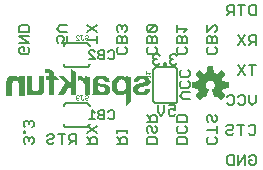
<source format=gbr>
G04 EAGLE Gerber RS-274X export*
G75*
%MOMM*%
%FSLAX34Y34*%
%LPD*%
%INSilkscreen Bottom*%
%IPPOS*%
%AMOC8*
5,1,8,0,0,1.08239X$1,22.5*%
G01*
%ADD10C,0.152400*%
%ADD11C,0.127000*%
%ADD12C,0.025400*%
%ADD13C,0.203200*%

G36*
X185850Y63646D02*
X185850Y63646D01*
X185958Y63656D01*
X185971Y63662D01*
X185985Y63664D01*
X186082Y63712D01*
X186181Y63757D01*
X186194Y63768D01*
X186203Y63772D01*
X186218Y63788D01*
X186295Y63850D01*
X188880Y66435D01*
X188943Y66524D01*
X189009Y66609D01*
X189014Y66622D01*
X189022Y66634D01*
X189053Y66737D01*
X189089Y66840D01*
X189089Y66854D01*
X189093Y66867D01*
X189089Y66975D01*
X189090Y67084D01*
X189085Y67097D01*
X189085Y67111D01*
X189047Y67213D01*
X189012Y67315D01*
X189003Y67330D01*
X188999Y67339D01*
X188985Y67356D01*
X188931Y67438D01*
X186167Y70828D01*
X186724Y71910D01*
X186730Y71930D01*
X186772Y72025D01*
X187143Y73184D01*
X191494Y73627D01*
X191598Y73655D01*
X191704Y73680D01*
X191716Y73687D01*
X191729Y73690D01*
X191819Y73751D01*
X191912Y73808D01*
X191920Y73819D01*
X191932Y73827D01*
X191998Y73913D01*
X192067Y73997D01*
X192071Y74010D01*
X192080Y74021D01*
X192114Y74124D01*
X192153Y74225D01*
X192154Y74243D01*
X192158Y74252D01*
X192158Y74274D01*
X192167Y74372D01*
X192167Y78028D01*
X192150Y78135D01*
X192136Y78243D01*
X192130Y78255D01*
X192128Y78269D01*
X192076Y78365D01*
X192029Y78462D01*
X192019Y78472D01*
X192013Y78484D01*
X191933Y78558D01*
X191857Y78635D01*
X191845Y78641D01*
X191835Y78651D01*
X191736Y78696D01*
X191639Y78744D01*
X191621Y78748D01*
X191612Y78752D01*
X191591Y78754D01*
X191494Y78773D01*
X187143Y79216D01*
X186772Y80375D01*
X186763Y80393D01*
X186761Y80400D01*
X186757Y80407D01*
X186724Y80490D01*
X186167Y81572D01*
X188931Y84962D01*
X188985Y85056D01*
X189042Y85148D01*
X189045Y85161D01*
X189052Y85173D01*
X189073Y85280D01*
X189098Y85385D01*
X189096Y85399D01*
X189099Y85413D01*
X189084Y85520D01*
X189074Y85628D01*
X189068Y85641D01*
X189066Y85655D01*
X189018Y85752D01*
X188973Y85851D01*
X188962Y85864D01*
X188958Y85873D01*
X188942Y85888D01*
X188880Y85965D01*
X186295Y88550D01*
X186206Y88613D01*
X186121Y88679D01*
X186108Y88684D01*
X186096Y88692D01*
X185993Y88723D01*
X185890Y88759D01*
X185876Y88759D01*
X185863Y88763D01*
X185755Y88759D01*
X185646Y88760D01*
X185633Y88755D01*
X185619Y88755D01*
X185517Y88717D01*
X185415Y88682D01*
X185400Y88673D01*
X185391Y88669D01*
X185374Y88655D01*
X185292Y88601D01*
X181902Y85837D01*
X180820Y86394D01*
X180800Y86400D01*
X180705Y86442D01*
X179546Y86813D01*
X179103Y91164D01*
X179075Y91268D01*
X179050Y91374D01*
X179043Y91386D01*
X179040Y91399D01*
X178979Y91489D01*
X178922Y91582D01*
X178911Y91590D01*
X178903Y91602D01*
X178817Y91668D01*
X178733Y91737D01*
X178720Y91741D01*
X178709Y91750D01*
X178606Y91784D01*
X178505Y91823D01*
X178487Y91824D01*
X178478Y91828D01*
X178456Y91828D01*
X178358Y91837D01*
X174702Y91837D01*
X174595Y91820D01*
X174487Y91806D01*
X174475Y91800D01*
X174461Y91798D01*
X174365Y91746D01*
X174268Y91699D01*
X174258Y91689D01*
X174246Y91683D01*
X174172Y91603D01*
X174095Y91527D01*
X174089Y91515D01*
X174079Y91505D01*
X174034Y91406D01*
X173986Y91309D01*
X173982Y91291D01*
X173978Y91282D01*
X173976Y91261D01*
X173957Y91164D01*
X173514Y86813D01*
X172355Y86442D01*
X172337Y86432D01*
X172240Y86394D01*
X171158Y85837D01*
X167768Y88601D01*
X167674Y88655D01*
X167582Y88712D01*
X167569Y88715D01*
X167557Y88722D01*
X167450Y88743D01*
X167345Y88768D01*
X167331Y88766D01*
X167317Y88769D01*
X167210Y88754D01*
X167102Y88744D01*
X167089Y88738D01*
X167076Y88736D01*
X166978Y88688D01*
X166879Y88643D01*
X166866Y88632D01*
X166857Y88628D01*
X166842Y88612D01*
X166765Y88550D01*
X164180Y85965D01*
X164117Y85876D01*
X164051Y85791D01*
X164046Y85778D01*
X164038Y85766D01*
X164007Y85663D01*
X163971Y85560D01*
X163971Y85546D01*
X163967Y85533D01*
X163971Y85425D01*
X163970Y85316D01*
X163975Y85303D01*
X163975Y85289D01*
X164013Y85187D01*
X164048Y85085D01*
X164057Y85070D01*
X164061Y85061D01*
X164075Y85044D01*
X164129Y84962D01*
X166893Y81572D01*
X166336Y80490D01*
X166330Y80470D01*
X166288Y80375D01*
X165917Y79216D01*
X161566Y78773D01*
X161462Y78745D01*
X161356Y78720D01*
X161344Y78713D01*
X161331Y78710D01*
X161241Y78649D01*
X161148Y78592D01*
X161140Y78581D01*
X161128Y78573D01*
X161062Y78487D01*
X160994Y78403D01*
X160989Y78390D01*
X160980Y78379D01*
X160946Y78276D01*
X160907Y78175D01*
X160906Y78157D01*
X160902Y78148D01*
X160903Y78126D01*
X160893Y78028D01*
X160893Y74372D01*
X160910Y74265D01*
X160924Y74157D01*
X160930Y74145D01*
X160932Y74131D01*
X160984Y74035D01*
X161031Y73938D01*
X161041Y73928D01*
X161047Y73916D01*
X161127Y73842D01*
X161203Y73765D01*
X161215Y73759D01*
X161226Y73749D01*
X161324Y73704D01*
X161421Y73656D01*
X161439Y73652D01*
X161448Y73648D01*
X161469Y73646D01*
X161566Y73627D01*
X165917Y73184D01*
X166288Y72025D01*
X166298Y72007D01*
X166336Y71910D01*
X166893Y70828D01*
X164129Y67438D01*
X164075Y67344D01*
X164018Y67252D01*
X164015Y67239D01*
X164008Y67227D01*
X163987Y67120D01*
X163962Y67015D01*
X163964Y67001D01*
X163961Y66987D01*
X163976Y66880D01*
X163986Y66772D01*
X163992Y66759D01*
X163994Y66746D01*
X164042Y66648D01*
X164087Y66549D01*
X164098Y66536D01*
X164102Y66527D01*
X164118Y66512D01*
X164180Y66435D01*
X166765Y63850D01*
X166854Y63787D01*
X166939Y63721D01*
X166952Y63716D01*
X166964Y63708D01*
X167067Y63677D01*
X167170Y63641D01*
X167184Y63641D01*
X167197Y63637D01*
X167305Y63641D01*
X167414Y63640D01*
X167427Y63645D01*
X167441Y63645D01*
X167543Y63683D01*
X167645Y63718D01*
X167660Y63727D01*
X167669Y63731D01*
X167686Y63745D01*
X167768Y63799D01*
X171158Y66563D01*
X172240Y66006D01*
X172293Y65989D01*
X172342Y65963D01*
X172408Y65952D01*
X172472Y65931D01*
X172528Y65932D01*
X172582Y65923D01*
X172649Y65934D01*
X172716Y65935D01*
X172768Y65953D01*
X172823Y65962D01*
X172883Y65994D01*
X172946Y66017D01*
X172989Y66051D01*
X173039Y66077D01*
X173085Y66126D01*
X173137Y66168D01*
X173168Y66215D01*
X173206Y66255D01*
X173262Y66360D01*
X173270Y66373D01*
X173271Y66378D01*
X173275Y66385D01*
X175428Y71582D01*
X175448Y71665D01*
X175453Y71678D01*
X175455Y71694D01*
X175480Y71779D01*
X175479Y71800D01*
X175484Y71820D01*
X175476Y71902D01*
X175477Y71921D01*
X175473Y71941D01*
X175469Y72022D01*
X175462Y72042D01*
X175460Y72063D01*
X175428Y72132D01*
X175422Y72159D01*
X175407Y72183D01*
X175381Y72250D01*
X175368Y72266D01*
X175359Y72285D01*
X175314Y72334D01*
X175294Y72366D01*
X175263Y72391D01*
X175225Y72437D01*
X175202Y72453D01*
X175192Y72463D01*
X175171Y72475D01*
X175106Y72520D01*
X175105Y72521D01*
X175104Y72522D01*
X174205Y73028D01*
X173518Y73672D01*
X173003Y74460D01*
X172691Y75348D01*
X172599Y76285D01*
X172732Y77217D01*
X173083Y78091D01*
X173632Y78856D01*
X174346Y79469D01*
X175186Y79894D01*
X176103Y80108D01*
X177044Y80098D01*
X177956Y79864D01*
X178786Y79421D01*
X179487Y78792D01*
X180019Y78015D01*
X180350Y77134D01*
X180463Y76199D01*
X180355Y75282D01*
X180035Y74414D01*
X179521Y73645D01*
X178842Y73018D01*
X177958Y72523D01*
X177916Y72490D01*
X177874Y72467D01*
X177843Y72434D01*
X177795Y72399D01*
X177783Y72383D01*
X177767Y72370D01*
X177732Y72315D01*
X177707Y72289D01*
X177694Y72259D01*
X177652Y72201D01*
X177646Y72182D01*
X177636Y72165D01*
X177617Y72090D01*
X177607Y72067D01*
X177604Y72043D01*
X177581Y71968D01*
X177582Y71948D01*
X177577Y71928D01*
X177584Y71842D01*
X177583Y71824D01*
X177586Y71808D01*
X177589Y71724D01*
X177597Y71699D01*
X177598Y71685D01*
X177608Y71663D01*
X177632Y71582D01*
X178561Y69339D01*
X178561Y69338D01*
X179492Y67091D01*
X179493Y67091D01*
X179785Y66385D01*
X179814Y66338D01*
X179835Y66286D01*
X179878Y66235D01*
X179914Y66178D01*
X179957Y66143D01*
X179993Y66100D01*
X180050Y66066D01*
X180102Y66023D01*
X180154Y66004D01*
X180202Y65975D01*
X180268Y65961D01*
X180331Y65937D01*
X180386Y65935D01*
X180440Y65924D01*
X180507Y65931D01*
X180574Y65929D01*
X180628Y65945D01*
X180683Y65952D01*
X180794Y65996D01*
X180808Y66000D01*
X180812Y66003D01*
X180820Y66006D01*
X181902Y66563D01*
X185292Y63799D01*
X185386Y63745D01*
X185478Y63688D01*
X185491Y63685D01*
X185503Y63678D01*
X185610Y63657D01*
X185715Y63632D01*
X185729Y63634D01*
X185743Y63631D01*
X185850Y63646D01*
G37*
G36*
X105031Y58473D02*
X105031Y58473D01*
X105033Y58472D01*
X105054Y58481D01*
X105114Y58504D01*
X109254Y62238D01*
X109256Y62244D01*
X109262Y62247D01*
X109286Y62307D01*
X109295Y62328D01*
X109294Y62330D01*
X109295Y62332D01*
X109295Y82906D01*
X109280Y82943D01*
X109270Y82982D01*
X109261Y82988D01*
X109257Y82997D01*
X109229Y83008D01*
X109193Y83030D01*
X105307Y83766D01*
X105292Y83763D01*
X105277Y83768D01*
X105245Y83753D01*
X105210Y83745D01*
X105202Y83732D01*
X105189Y83726D01*
X105174Y83687D01*
X105158Y83662D01*
X105161Y83651D01*
X105157Y83640D01*
X105181Y81723D01*
X105047Y81872D01*
X105046Y81873D01*
X105046Y81874D01*
X104157Y82839D01*
X104151Y82841D01*
X104147Y82848D01*
X103804Y83149D01*
X103793Y83153D01*
X103785Y83163D01*
X103391Y83396D01*
X103382Y83397D01*
X103374Y83404D01*
X102053Y83937D01*
X102042Y83937D01*
X102032Y83944D01*
X101550Y84046D01*
X101538Y84043D01*
X101526Y84048D01*
X99545Y84073D01*
X99534Y84069D01*
X99522Y84071D01*
X98437Y83888D01*
X98427Y83881D01*
X98413Y83881D01*
X97388Y83481D01*
X97381Y83473D01*
X97369Y83471D01*
X96467Y82930D01*
X96462Y82924D01*
X96453Y82921D01*
X95629Y82268D01*
X95623Y82258D01*
X95613Y82253D01*
X94821Y81363D01*
X94817Y81350D01*
X94805Y81341D01*
X94226Y80300D01*
X94224Y80288D01*
X94216Y80277D01*
X93542Y78164D01*
X93543Y78153D01*
X93537Y78142D01*
X93254Y75942D01*
X93257Y75931D01*
X93253Y75919D01*
X93371Y73704D01*
X93376Y73694D01*
X93374Y73682D01*
X93697Y72306D01*
X93704Y72297D01*
X93704Y72285D01*
X94260Y70985D01*
X94268Y70977D01*
X94270Y70966D01*
X95042Y69781D01*
X95051Y69775D01*
X95056Y69764D01*
X95713Y69057D01*
X95723Y69053D01*
X95729Y69043D01*
X96497Y68458D01*
X96508Y68456D01*
X96515Y68447D01*
X97371Y68001D01*
X97382Y68000D01*
X97391Y67992D01*
X98310Y67698D01*
X98320Y67699D01*
X98330Y67693D01*
X99542Y67504D01*
X99551Y67506D01*
X99560Y67503D01*
X100787Y67486D01*
X100795Y67489D01*
X100805Y67487D01*
X102022Y67642D01*
X102032Y67647D01*
X102044Y67647D01*
X102888Y67911D01*
X102898Y67919D01*
X102913Y67922D01*
X103682Y68359D01*
X103690Y68369D01*
X103704Y68374D01*
X104364Y68964D01*
X104370Y68976D01*
X104382Y68984D01*
X104902Y69700D01*
X104903Y69702D01*
X104903Y58598D01*
X104921Y58554D01*
X104938Y58511D01*
X104940Y58510D01*
X104941Y58507D01*
X104985Y58490D01*
X105029Y58472D01*
X105031Y58473D01*
G37*
G36*
X87481Y67489D02*
X87481Y67489D01*
X87492Y67494D01*
X87506Y67492D01*
X88878Y67800D01*
X88889Y67808D01*
X88904Y67809D01*
X90173Y68415D01*
X90182Y68425D01*
X90196Y68429D01*
X90644Y68771D01*
X90650Y68781D01*
X90662Y68787D01*
X91039Y69207D01*
X91043Y69218D01*
X91053Y69226D01*
X91345Y69709D01*
X91347Y69720D01*
X91355Y69730D01*
X91728Y70723D01*
X91728Y70734D01*
X91734Y70745D01*
X91923Y71789D01*
X91920Y71800D01*
X91925Y71812D01*
X91922Y72873D01*
X91919Y72880D01*
X91921Y72883D01*
X91918Y72890D01*
X91919Y72900D01*
X91713Y73841D01*
X91704Y73853D01*
X91703Y73870D01*
X91274Y74732D01*
X91264Y74741D01*
X91259Y74756D01*
X90761Y75365D01*
X90756Y75368D01*
X90754Y75372D01*
X90748Y75374D01*
X90743Y75383D01*
X90133Y75881D01*
X90121Y75884D01*
X90112Y75895D01*
X89416Y76261D01*
X89405Y76262D01*
X89396Y76269D01*
X87911Y76753D01*
X87903Y76752D01*
X87894Y76757D01*
X86357Y77035D01*
X86353Y77034D01*
X86348Y77037D01*
X84142Y77265D01*
X82836Y77491D01*
X82367Y77656D01*
X81939Y77902D01*
X81655Y78163D01*
X81595Y78250D01*
X81553Y78347D01*
X81442Y78868D01*
X81442Y79399D01*
X81553Y79920D01*
X81692Y80234D01*
X81891Y80513D01*
X82144Y80747D01*
X82458Y80940D01*
X82804Y81068D01*
X83173Y81129D01*
X84528Y81179D01*
X85115Y81125D01*
X85676Y80960D01*
X86140Y80705D01*
X86530Y80349D01*
X86825Y79911D01*
X87009Y79416D01*
X87072Y78885D01*
X87072Y78842D01*
X87073Y78840D01*
X87072Y78838D01*
X87092Y78795D01*
X87110Y78751D01*
X87112Y78751D01*
X87113Y78749D01*
X87198Y78716D01*
X91339Y78716D01*
X91340Y78714D01*
X91382Y78704D01*
X91424Y78690D01*
X91430Y78693D01*
X91436Y78692D01*
X91461Y78708D01*
X91506Y78729D01*
X91531Y78754D01*
X91531Y78755D01*
X91547Y78797D01*
X91566Y78846D01*
X91566Y78847D01*
X91546Y78889D01*
X91527Y78932D01*
X91405Y79823D01*
X91399Y79834D01*
X91399Y79849D01*
X91065Y80790D01*
X91056Y80800D01*
X91053Y80814D01*
X90534Y81667D01*
X90523Y81675D01*
X90518Y81688D01*
X89835Y82418D01*
X89823Y82423D01*
X89815Y82435D01*
X88998Y83009D01*
X88986Y83012D01*
X88977Y83021D01*
X87819Y83550D01*
X87809Y83550D01*
X87800Y83557D01*
X86571Y83891D01*
X86562Y83890D01*
X86553Y83894D01*
X84813Y84108D01*
X84805Y84105D01*
X84797Y84108D01*
X83043Y84100D01*
X83036Y84097D01*
X83027Y84099D01*
X81288Y83869D01*
X81280Y83864D01*
X81269Y83865D01*
X79855Y83440D01*
X79846Y83432D01*
X79832Y83431D01*
X78529Y82737D01*
X78520Y82727D01*
X78506Y82722D01*
X77944Y82239D01*
X77937Y82225D01*
X77923Y82216D01*
X77496Y81611D01*
X77493Y81596D01*
X77481Y81584D01*
X77214Y80893D01*
X77215Y80878D01*
X77207Y80863D01*
X77116Y80128D01*
X77118Y80120D01*
X77115Y80112D01*
X77115Y75286D01*
X77116Y75284D01*
X77115Y75282D01*
X77122Y75267D01*
X77090Y75183D01*
X77115Y70845D01*
X77013Y69508D01*
X76664Y68213D01*
X76590Y68014D01*
X76591Y67989D01*
X76582Y67966D01*
X76593Y67942D01*
X76594Y67916D01*
X76613Y67899D01*
X76623Y67877D01*
X76650Y67866D01*
X76668Y67850D01*
X76687Y67852D01*
X76708Y67844D01*
X80742Y67844D01*
X80778Y67841D01*
X80806Y67850D01*
X80846Y67854D01*
X80883Y67873D01*
X80902Y67895D01*
X80934Y67919D01*
X80956Y67955D01*
X80958Y67972D01*
X80970Y67988D01*
X81046Y68268D01*
X81045Y68271D01*
X81047Y68274D01*
X81274Y69303D01*
X81284Y69326D01*
X81290Y69332D01*
X81298Y69334D01*
X81307Y69333D01*
X81331Y69317D01*
X82158Y68614D01*
X82169Y68610D01*
X82178Y68600D01*
X83129Y68060D01*
X83140Y68059D01*
X83150Y68051D01*
X84185Y67698D01*
X84197Y67699D01*
X84207Y67693D01*
X85825Y67452D01*
X85835Y67455D01*
X85846Y67451D01*
X87481Y67489D01*
G37*
G36*
X62614Y67718D02*
X62614Y67718D01*
X62617Y67717D01*
X62700Y67754D01*
X62751Y67805D01*
X62753Y67808D01*
X62755Y67809D01*
X62788Y67894D01*
X62788Y87224D01*
X62780Y87243D01*
X62782Y87263D01*
X62761Y87290D01*
X62750Y87315D01*
X62736Y87320D01*
X62725Y87334D01*
X58585Y89696D01*
X58550Y89700D01*
X58518Y89712D01*
X58503Y89705D01*
X58487Y89707D01*
X58460Y89685D01*
X58429Y89671D01*
X58422Y89655D01*
X58410Y89645D01*
X58408Y89618D01*
X58396Y89586D01*
X58396Y78156D01*
X52921Y83630D01*
X52918Y83632D01*
X52917Y83634D01*
X52832Y83667D01*
X48158Y83667D01*
X48156Y83667D01*
X48155Y83667D01*
X48111Y83647D01*
X48067Y83629D01*
X48067Y83627D01*
X48065Y83626D01*
X48049Y83582D01*
X48032Y83537D01*
X48033Y83535D01*
X48032Y83534D01*
X48070Y83451D01*
X53761Y77885D01*
X47164Y67990D01*
X47157Y67952D01*
X47143Y67915D01*
X47148Y67905D01*
X47146Y67893D01*
X47168Y67862D01*
X47185Y67826D01*
X47196Y67822D01*
X47202Y67813D01*
X47232Y67808D01*
X47270Y67794D01*
X52350Y67819D01*
X52367Y67826D01*
X52385Y67824D01*
X52414Y67846D01*
X52440Y67858D01*
X52445Y67870D01*
X52457Y67880D01*
X56690Y74858D01*
X58345Y73251D01*
X58345Y67843D01*
X58346Y67841D01*
X58345Y67839D01*
X58365Y67796D01*
X58383Y67752D01*
X58385Y67752D01*
X58386Y67750D01*
X58471Y67717D01*
X62611Y67717D01*
X62614Y67718D01*
G37*
G36*
X31046Y67417D02*
X31046Y67417D01*
X31057Y67414D01*
X32090Y67561D01*
X32101Y67567D01*
X32114Y67567D01*
X33100Y67910D01*
X33109Y67918D01*
X33122Y67920D01*
X34024Y68446D01*
X34031Y68456D01*
X34044Y68461D01*
X34298Y68689D01*
X34304Y68700D01*
X34315Y68708D01*
X34976Y69593D01*
X34978Y69604D01*
X34988Y69613D01*
X35476Y70603D01*
X35476Y70615D01*
X35484Y70625D01*
X35784Y71688D01*
X35782Y71699D01*
X35788Y71711D01*
X35889Y72810D01*
X35887Y72816D01*
X35889Y72822D01*
X35889Y83617D01*
X35888Y83619D01*
X35889Y83621D01*
X35869Y83664D01*
X35851Y83708D01*
X35849Y83708D01*
X35848Y83710D01*
X35763Y83743D01*
X31623Y83743D01*
X31621Y83742D01*
X31619Y83743D01*
X31576Y83723D01*
X31532Y83705D01*
X31532Y83703D01*
X31530Y83702D01*
X31497Y83617D01*
X31497Y73620D01*
X31348Y72790D01*
X31005Y72022D01*
X30733Y71660D01*
X30392Y71359D01*
X29997Y71134D01*
X29308Y70911D01*
X28589Y70831D01*
X27868Y70898D01*
X27177Y71110D01*
X26667Y71398D01*
X26236Y71795D01*
X25909Y72280D01*
X25700Y72830D01*
X25475Y74034D01*
X25399Y75264D01*
X25399Y83566D01*
X25398Y83568D01*
X25399Y83570D01*
X25379Y83613D01*
X25361Y83657D01*
X25359Y83657D01*
X25358Y83659D01*
X25273Y83692D01*
X21057Y83692D01*
X21055Y83691D01*
X21053Y83692D01*
X21010Y83672D01*
X20966Y83654D01*
X20966Y83652D01*
X20964Y83651D01*
X20931Y83566D01*
X20931Y67945D01*
X20932Y67943D01*
X20931Y67941D01*
X20951Y67898D01*
X20969Y67854D01*
X20971Y67854D01*
X20972Y67852D01*
X21057Y67819D01*
X25070Y67819D01*
X25072Y67820D01*
X25074Y67819D01*
X25117Y67839D01*
X25161Y67857D01*
X25161Y67859D01*
X25163Y67860D01*
X25196Y67945D01*
X25196Y70002D01*
X25703Y69361D01*
X25711Y69357D01*
X25715Y69348D01*
X26542Y68563D01*
X26551Y68560D01*
X26556Y68552D01*
X27486Y67893D01*
X27495Y67891D01*
X27503Y67883D01*
X27748Y67761D01*
X27759Y67760D01*
X27768Y67753D01*
X28030Y67672D01*
X28039Y67673D01*
X28048Y67668D01*
X29526Y67445D01*
X29534Y67447D01*
X29542Y67443D01*
X31036Y67413D01*
X31046Y67417D01*
G37*
G36*
X18569Y67744D02*
X18569Y67744D01*
X18571Y67743D01*
X18614Y67763D01*
X18658Y67781D01*
X18658Y67783D01*
X18660Y67784D01*
X18693Y67869D01*
X18693Y83591D01*
X18692Y83593D01*
X18693Y83595D01*
X18673Y83638D01*
X18655Y83682D01*
X18653Y83682D01*
X18652Y83684D01*
X18567Y83717D01*
X14529Y83717D01*
X14527Y83716D01*
X14525Y83717D01*
X14482Y83697D01*
X14438Y83679D01*
X14438Y83677D01*
X14436Y83676D01*
X14403Y83591D01*
X14403Y81523D01*
X14361Y81552D01*
X14247Y81688D01*
X13970Y82066D01*
X13966Y82068D01*
X13964Y82073D01*
X13562Y82546D01*
X13555Y82550D01*
X13551Y82558D01*
X13356Y82734D01*
X13216Y82860D01*
X13090Y82974D01*
X13080Y82977D01*
X13072Y82987D01*
X12174Y83554D01*
X12161Y83557D01*
X12150Y83566D01*
X11154Y83935D01*
X11141Y83935D01*
X11128Y83942D01*
X10076Y84097D01*
X10066Y84094D01*
X10055Y84098D01*
X8049Y84048D01*
X8039Y84044D01*
X8026Y84046D01*
X7049Y83840D01*
X7037Y83832D01*
X7021Y83831D01*
X6116Y83409D01*
X6107Y83398D01*
X6092Y83394D01*
X5307Y82776D01*
X5301Y82765D01*
X5289Y82759D01*
X4800Y82184D01*
X4797Y82173D01*
X4787Y82166D01*
X4403Y81517D01*
X4401Y81506D01*
X4393Y81497D01*
X4124Y80792D01*
X4124Y80783D01*
X4119Y80774D01*
X3879Y79667D01*
X3881Y79658D01*
X3877Y79650D01*
X3786Y78521D01*
X3788Y78516D01*
X3786Y78511D01*
X3786Y67970D01*
X3787Y67968D01*
X3786Y67966D01*
X3806Y67923D01*
X3824Y67879D01*
X3826Y67879D01*
X3827Y67877D01*
X3912Y67844D01*
X8001Y67844D01*
X8003Y67845D01*
X8005Y67844D01*
X8048Y67864D01*
X8092Y67882D01*
X8092Y67884D01*
X8094Y67885D01*
X8127Y67970D01*
X8127Y77616D01*
X8192Y78334D01*
X8383Y79022D01*
X8693Y79664D01*
X8989Y80051D01*
X9363Y80360D01*
X9798Y80577D01*
X10098Y80654D01*
X10414Y80671D01*
X11519Y80621D01*
X12075Y80534D01*
X12591Y80330D01*
X13048Y80016D01*
X13565Y79447D01*
X13928Y78768D01*
X14145Y78018D01*
X14225Y77235D01*
X14225Y67869D01*
X14226Y67867D01*
X14225Y67865D01*
X14245Y67822D01*
X14263Y67778D01*
X14265Y67778D01*
X14266Y67776D01*
X14351Y67743D01*
X18567Y67743D01*
X18569Y67744D01*
G37*
G36*
X118264Y67465D02*
X118264Y67465D01*
X118271Y67463D01*
X120837Y67641D01*
X120846Y67646D01*
X120856Y67644D01*
X121777Y67856D01*
X121788Y67864D01*
X121802Y67865D01*
X122659Y68262D01*
X122665Y68269D01*
X122674Y68271D01*
X123868Y69033D01*
X123873Y69039D01*
X123881Y69042D01*
X124396Y69473D01*
X124401Y69484D01*
X124413Y69490D01*
X124833Y70014D01*
X124837Y70025D01*
X124847Y70034D01*
X125156Y70630D01*
X125157Y70639D01*
X125164Y70647D01*
X125596Y71917D01*
X125595Y71927D01*
X125600Y71936D01*
X125702Y72520D01*
X125701Y72527D01*
X125704Y72533D01*
X125729Y72889D01*
X125728Y72893D01*
X125729Y72896D01*
X125728Y72898D01*
X125729Y72902D01*
X125717Y72928D01*
X125714Y72958D01*
X125713Y72959D01*
X125713Y72960D01*
X125702Y72969D01*
X125697Y72982D01*
X125691Y72985D01*
X125688Y72991D01*
X125658Y73003D01*
X125638Y73019D01*
X125636Y73019D01*
X125635Y73020D01*
X125620Y73019D01*
X125608Y73024D01*
X125606Y73023D01*
X125603Y73024D01*
X121742Y73024D01*
X121740Y73023D01*
X121738Y73024D01*
X121695Y73004D01*
X121651Y72986D01*
X121651Y72984D01*
X121649Y72983D01*
X121616Y72898D01*
X121616Y72851D01*
X121587Y72354D01*
X121441Y71892D01*
X121185Y71478D01*
X121081Y71373D01*
X120955Y71247D01*
X120743Y71035D01*
X120216Y70698D01*
X119629Y70481D01*
X119067Y70408D01*
X117737Y70408D01*
X117134Y70482D01*
X116567Y70679D01*
X116054Y70991D01*
X115767Y71275D01*
X115558Y71620D01*
X115441Y72005D01*
X115424Y72409D01*
X115509Y72804D01*
X115690Y73166D01*
X115955Y73470D01*
X116291Y73701D01*
X117398Y74171D01*
X118572Y74477D01*
X122203Y75340D01*
X122210Y75345D01*
X122219Y75345D01*
X123027Y75651D01*
X123034Y75657D01*
X123044Y75659D01*
X123795Y76086D01*
X123801Y76093D01*
X123811Y76097D01*
X124488Y76634D01*
X124493Y76644D01*
X124504Y76650D01*
X124841Y77035D01*
X124845Y77048D01*
X124856Y77057D01*
X125105Y77504D01*
X125106Y77517D01*
X125115Y77528D01*
X125267Y78017D01*
X125265Y78029D01*
X125272Y78042D01*
X125377Y79178D01*
X125374Y79191D01*
X125377Y79204D01*
X125248Y80338D01*
X125242Y80349D01*
X125243Y80363D01*
X124885Y81447D01*
X124877Y81456D01*
X124875Y81470D01*
X124576Y81992D01*
X124566Y81999D01*
X124561Y82012D01*
X124167Y82467D01*
X124156Y82472D01*
X124149Y82484D01*
X123673Y82853D01*
X123662Y82856D01*
X123653Y82865D01*
X122372Y83519D01*
X122361Y83520D01*
X122351Y83527D01*
X120973Y83938D01*
X120962Y83937D01*
X120950Y83943D01*
X119521Y84098D01*
X119514Y84096D01*
X119507Y84098D01*
X117704Y84098D01*
X117698Y84096D01*
X117691Y84098D01*
X116298Y83958D01*
X116289Y83953D01*
X116278Y83954D01*
X114927Y83586D01*
X114918Y83579D01*
X114904Y83577D01*
X113807Y83039D01*
X113798Y83029D01*
X113784Y83025D01*
X112825Y82268D01*
X112819Y82258D01*
X112808Y82253D01*
X112460Y81857D01*
X112458Y81852D01*
X112457Y81852D01*
X112456Y81848D01*
X112448Y81842D01*
X112162Y81400D01*
X112160Y81390D01*
X112153Y81383D01*
X111797Y80595D01*
X111797Y80590D01*
X111793Y80586D01*
X111590Y80028D01*
X111592Y80004D01*
X111587Y79992D01*
X111590Y79985D01*
X111585Y79960D01*
X111594Y79946D01*
X111585Y79934D01*
X111587Y79928D01*
X111583Y79921D01*
X111507Y79210D01*
X111509Y79204D01*
X111508Y79200D01*
X111509Y79198D01*
X111507Y79193D01*
X111524Y79156D01*
X111536Y79116D01*
X111544Y79112D01*
X111548Y79104D01*
X111598Y79084D01*
X111624Y79071D01*
X111628Y79073D01*
X111633Y79071D01*
X115519Y79071D01*
X115563Y79089D01*
X115607Y79107D01*
X115608Y79108D01*
X115610Y79109D01*
X115617Y79128D01*
X115645Y79189D01*
X115661Y79449D01*
X115716Y79692D01*
X115866Y80044D01*
X116084Y80357D01*
X116360Y80621D01*
X116782Y80892D01*
X117249Y81081D01*
X117745Y81179D01*
X118593Y81223D01*
X119441Y81179D01*
X119890Y81094D01*
X120314Y80937D01*
X120615Y80742D01*
X120848Y80474D01*
X121003Y80132D01*
X121051Y79760D01*
X120986Y79391D01*
X120802Y79030D01*
X120567Y78787D01*
X120519Y78737D01*
X119844Y78321D01*
X119092Y78049D01*
X117069Y77645D01*
X117068Y77644D01*
X117067Y77644D01*
X115344Y77263D01*
X115337Y77258D01*
X115328Y77258D01*
X113672Y76648D01*
X113666Y76642D01*
X113656Y76641D01*
X112900Y76236D01*
X112894Y76229D01*
X112885Y76226D01*
X112193Y75718D01*
X112188Y75708D01*
X112176Y75703D01*
X111844Y75353D01*
X111839Y75341D01*
X111828Y75332D01*
X111576Y74920D01*
X111574Y74906D01*
X111564Y74894D01*
X111227Y73891D01*
X111228Y73876D01*
X111220Y73862D01*
X111126Y72807D01*
X111129Y72798D01*
X111126Y72787D01*
X111202Y71746D01*
X111206Y71738D01*
X111205Y71728D01*
X111348Y71064D01*
X111354Y71054D01*
X111355Y71041D01*
X111621Y70416D01*
X111629Y70407D01*
X111632Y70395D01*
X112011Y69831D01*
X112021Y69824D01*
X112026Y69813D01*
X112752Y69070D01*
X112762Y69066D01*
X112768Y69055D01*
X113612Y68449D01*
X113622Y68447D01*
X113631Y68438D01*
X114566Y67987D01*
X114577Y67986D01*
X114587Y67979D01*
X115587Y67697D01*
X115595Y67698D01*
X115604Y67693D01*
X116918Y67511D01*
X116925Y67513D01*
X116931Y67510D01*
X118258Y67463D01*
X118264Y67465D01*
G37*
G36*
X44401Y67744D02*
X44401Y67744D01*
X44403Y67743D01*
X44446Y67763D01*
X44490Y67781D01*
X44490Y67783D01*
X44492Y67784D01*
X44525Y67869D01*
X44525Y80749D01*
X48388Y80773D01*
X48389Y80773D01*
X48434Y80793D01*
X48478Y80812D01*
X48479Y80813D01*
X48496Y80858D01*
X48513Y80904D01*
X48513Y80905D01*
X48476Y80988D01*
X45809Y83655D01*
X45806Y83657D01*
X45805Y83659D01*
X45720Y83692D01*
X44474Y83692D01*
X44474Y84023D01*
X44472Y84028D01*
X44474Y84033D01*
X44297Y86167D01*
X44292Y86177D01*
X44292Y86178D01*
X44292Y86179D01*
X44292Y86180D01*
X44293Y86189D01*
X44145Y86756D01*
X44138Y86765D01*
X44137Y86777D01*
X43889Y87308D01*
X43880Y87316D01*
X43877Y87328D01*
X43537Y87805D01*
X43527Y87811D01*
X43521Y87823D01*
X42778Y88533D01*
X42768Y88537D01*
X42766Y88541D01*
X42763Y88542D01*
X42759Y88548D01*
X41891Y89098D01*
X41879Y89100D01*
X41869Y89109D01*
X40911Y89478D01*
X40898Y89478D01*
X40887Y89485D01*
X39874Y89659D01*
X39864Y89657D01*
X39853Y89661D01*
X38303Y89661D01*
X38300Y89660D01*
X38296Y89661D01*
X36979Y89585D01*
X36957Y89585D01*
X36955Y89584D01*
X36953Y89585D01*
X36910Y89565D01*
X36866Y89547D01*
X36866Y89545D01*
X36864Y89544D01*
X36831Y89459D01*
X36831Y86436D01*
X36832Y86434D01*
X36831Y86432D01*
X36851Y86389D01*
X36869Y86345D01*
X36871Y86345D01*
X36872Y86343D01*
X36957Y86310D01*
X37033Y86310D01*
X37038Y86312D01*
X37045Y86310D01*
X37325Y86336D01*
X38240Y86421D01*
X39140Y86338D01*
X39422Y86241D01*
X39662Y86071D01*
X39844Y85839D01*
X40019Y85416D01*
X40082Y84954D01*
X40082Y83692D01*
X37236Y83692D01*
X37234Y83691D01*
X37232Y83692D01*
X37189Y83672D01*
X37145Y83654D01*
X37145Y83652D01*
X37143Y83651D01*
X37110Y83566D01*
X37110Y80899D01*
X37111Y80897D01*
X37110Y80895D01*
X37130Y80852D01*
X37148Y80808D01*
X37150Y80808D01*
X37151Y80806D01*
X37236Y80773D01*
X40108Y80773D01*
X40108Y67869D01*
X40109Y67867D01*
X40108Y67865D01*
X40128Y67822D01*
X40146Y67778D01*
X40148Y67778D01*
X40149Y67776D01*
X40234Y67743D01*
X44399Y67743D01*
X44401Y67744D01*
G37*
G36*
X74526Y67845D02*
X74526Y67845D01*
X74528Y67844D01*
X74571Y67864D01*
X74615Y67882D01*
X74616Y67884D01*
X74618Y67885D01*
X74650Y67970D01*
X74624Y82855D01*
X74608Y82893D01*
X74598Y82932D01*
X74589Y82937D01*
X74586Y82946D01*
X74557Y82957D01*
X74520Y82979D01*
X70659Y83665D01*
X70646Y83662D01*
X70633Y83667D01*
X70599Y83652D01*
X70563Y83643D01*
X70556Y83632D01*
X70544Y83626D01*
X70528Y83585D01*
X70512Y83559D01*
X70514Y83550D01*
X70511Y83541D01*
X70511Y80761D01*
X70464Y80776D01*
X70285Y81044D01*
X69599Y82086D01*
X69594Y82090D01*
X69591Y82097D01*
X69275Y82480D01*
X69262Y82487D01*
X69254Y82500D01*
X68860Y82802D01*
X68855Y82803D01*
X68852Y82807D01*
X67963Y83392D01*
X67960Y83393D01*
X67957Y83396D01*
X67346Y83749D01*
X67334Y83751D01*
X67323Y83760D01*
X66653Y83983D01*
X66641Y83982D01*
X66629Y83988D01*
X65928Y84072D01*
X65918Y84069D01*
X65906Y84073D01*
X64534Y83997D01*
X64491Y83976D01*
X64448Y83956D01*
X64447Y83954D01*
X64446Y83954D01*
X64440Y83936D01*
X64415Y83871D01*
X64415Y80010D01*
X64416Y80008D01*
X64415Y80006D01*
X64435Y79963D01*
X64453Y79919D01*
X64455Y79919D01*
X64456Y79917D01*
X64541Y79884D01*
X64567Y79884D01*
X64576Y79888D01*
X64588Y79885D01*
X64740Y79910D01*
X64742Y79912D01*
X64745Y79911D01*
X65342Y80036D01*
X66867Y80036D01*
X67409Y79944D01*
X67927Y79763D01*
X68406Y79499D01*
X69073Y78939D01*
X69598Y78247D01*
X69959Y77454D01*
X70159Y76635D01*
X70232Y75789D01*
X70232Y67970D01*
X70233Y67968D01*
X70232Y67966D01*
X70252Y67923D01*
X70270Y67879D01*
X70272Y67879D01*
X70273Y67877D01*
X70358Y67844D01*
X74524Y67844D01*
X74526Y67845D01*
G37*
%LPC*%
G36*
X100064Y70911D02*
X100064Y70911D01*
X99325Y71249D01*
X98699Y71765D01*
X98227Y72423D01*
X97938Y73184D01*
X97634Y75131D01*
X97637Y77102D01*
X97828Y78072D01*
X98231Y78971D01*
X98828Y79757D01*
X99587Y80387D01*
X100087Y80647D01*
X100629Y80803D01*
X101196Y80849D01*
X102271Y80798D01*
X102643Y80724D01*
X102981Y80562D01*
X103694Y80006D01*
X104291Y79326D01*
X104704Y78619D01*
X104971Y77845D01*
X105081Y77030D01*
X105055Y74484D01*
X104931Y73715D01*
X104706Y73040D01*
X104707Y73028D01*
X104701Y73016D01*
X104696Y72979D01*
X104704Y72952D01*
X104704Y72941D01*
X104676Y72928D01*
X104632Y72908D01*
X104632Y72907D01*
X104631Y72907D01*
X104598Y72822D01*
X104598Y72784D01*
X104586Y72725D01*
X104544Y72665D01*
X104544Y72664D01*
X104543Y72663D01*
X104492Y72587D01*
X104491Y72581D01*
X104486Y72576D01*
X104186Y72012D01*
X103774Y71543D01*
X103265Y71180D01*
X102588Y70890D01*
X101866Y70738D01*
X100955Y70732D01*
X100064Y70911D01*
G37*
%LPD*%
%LPC*%
G36*
X83369Y70532D02*
X83369Y70532D01*
X83047Y70654D01*
X82756Y70839D01*
X82012Y71558D01*
X81862Y71777D01*
X81755Y72026D01*
X81708Y72191D01*
X81501Y73261D01*
X81431Y74350D01*
X81431Y75184D01*
X81430Y75186D01*
X81431Y75188D01*
X81411Y75231D01*
X81411Y75233D01*
X81431Y75286D01*
X81431Y75578D01*
X81573Y75451D01*
X81588Y75446D01*
X81599Y75433D01*
X81806Y75326D01*
X81818Y75325D01*
X81828Y75317D01*
X82792Y75029D01*
X82800Y75030D01*
X82807Y75026D01*
X83799Y74857D01*
X83803Y74858D01*
X83807Y74855D01*
X85250Y74703D01*
X85800Y74598D01*
X86318Y74401D01*
X86792Y74117D01*
X87060Y73873D01*
X87264Y73575D01*
X87484Y73033D01*
X87591Y72458D01*
X87580Y71873D01*
X87509Y71565D01*
X87374Y71280D01*
X87183Y71030D01*
X86821Y70733D01*
X86400Y70530D01*
X85939Y70433D01*
X84411Y70383D01*
X83369Y70532D01*
G37*
%LPD*%
D10*
X55125Y117354D02*
X55125Y111592D01*
X50804Y111592D01*
X52244Y114473D01*
X52244Y115913D01*
X50804Y117354D01*
X47923Y117354D01*
X46482Y115913D01*
X46482Y113032D01*
X47923Y111592D01*
X49363Y120947D02*
X55125Y120947D01*
X49363Y120947D02*
X46482Y123828D01*
X49363Y126709D01*
X55125Y126709D01*
X104485Y107999D02*
X105925Y106558D01*
X105925Y103677D01*
X104485Y102236D01*
X98723Y102236D01*
X97282Y103677D01*
X97282Y106558D01*
X98723Y107999D01*
X97282Y111592D02*
X105925Y111592D01*
X105925Y115913D01*
X104485Y117354D01*
X103044Y117354D01*
X101604Y115913D01*
X100163Y117354D01*
X98723Y117354D01*
X97282Y115913D01*
X97282Y111592D01*
X101604Y111592D02*
X101604Y115913D01*
X104485Y120947D02*
X105925Y122387D01*
X105925Y125269D01*
X104485Y126709D01*
X103044Y126709D01*
X101604Y125269D01*
X101604Y123828D01*
X101604Y125269D02*
X100163Y126709D01*
X98723Y126709D01*
X97282Y125269D01*
X97282Y122387D01*
X98723Y120947D01*
X129885Y107999D02*
X131325Y106558D01*
X131325Y103677D01*
X129885Y102236D01*
X124123Y102236D01*
X122682Y103677D01*
X122682Y106558D01*
X124123Y107999D01*
X122682Y111592D02*
X131325Y111592D01*
X131325Y115913D01*
X129885Y117354D01*
X128444Y117354D01*
X127004Y115913D01*
X125563Y117354D01*
X124123Y117354D01*
X122682Y115913D01*
X122682Y111592D01*
X127004Y111592D02*
X127004Y115913D01*
X124123Y120947D02*
X129885Y120947D01*
X131325Y122387D01*
X131325Y125269D01*
X129885Y126709D01*
X124123Y126709D01*
X122682Y125269D01*
X122682Y122387D01*
X124123Y120947D01*
X129885Y126709D01*
X155285Y107999D02*
X156725Y106558D01*
X156725Y103677D01*
X155285Y102236D01*
X149523Y102236D01*
X148082Y103677D01*
X148082Y106558D01*
X149523Y107999D01*
X148082Y111592D02*
X156725Y111592D01*
X156725Y115913D01*
X155285Y117354D01*
X153844Y117354D01*
X152404Y115913D01*
X150963Y117354D01*
X149523Y117354D01*
X148082Y115913D01*
X148082Y111592D01*
X152404Y111592D02*
X152404Y115913D01*
X153844Y120947D02*
X156725Y123828D01*
X148082Y123828D01*
X148082Y120947D02*
X148082Y126709D01*
X180685Y107999D02*
X182125Y106558D01*
X182125Y103677D01*
X180685Y102236D01*
X174923Y102236D01*
X173482Y103677D01*
X173482Y106558D01*
X174923Y107999D01*
X173482Y111592D02*
X182125Y111592D01*
X182125Y115913D01*
X180685Y117354D01*
X179244Y117354D01*
X177804Y115913D01*
X176363Y117354D01*
X174923Y117354D01*
X173482Y115913D01*
X173482Y111592D01*
X177804Y111592D02*
X177804Y115913D01*
X173482Y120947D02*
X173482Y126709D01*
X173482Y120947D02*
X179244Y126709D01*
X180685Y126709D01*
X182125Y125269D01*
X182125Y122387D01*
X180685Y120947D01*
X215138Y118625D02*
X215138Y109982D01*
X215138Y118625D02*
X210816Y118625D01*
X209376Y117185D01*
X209376Y114304D01*
X210816Y112863D01*
X215138Y112863D01*
X212257Y112863D02*
X209376Y109982D01*
X200021Y109982D02*
X205783Y118625D01*
X200021Y118625D02*
X205783Y109982D01*
X212257Y93225D02*
X212257Y84582D01*
X215138Y93225D02*
X209376Y93225D01*
X205783Y93225D02*
X200021Y84582D01*
X205783Y84582D02*
X200021Y93225D01*
X80525Y114473D02*
X71882Y114473D01*
X80525Y111592D02*
X80525Y117354D01*
X80525Y120947D02*
X71882Y126709D01*
X71882Y120947D02*
X80525Y126709D01*
X215138Y67825D02*
X215138Y62063D01*
X212257Y59182D01*
X209376Y62063D01*
X209376Y67825D01*
X201461Y67825D02*
X200021Y66385D01*
X201461Y67825D02*
X204342Y67825D01*
X205783Y66385D01*
X205783Y60623D01*
X204342Y59182D01*
X201461Y59182D01*
X200021Y60623D01*
X192106Y67825D02*
X190665Y66385D01*
X192106Y67825D02*
X194987Y67825D01*
X196428Y66385D01*
X196428Y60623D01*
X194987Y59182D01*
X192106Y59182D01*
X190665Y60623D01*
X180685Y31924D02*
X182125Y30484D01*
X182125Y27603D01*
X180685Y26162D01*
X174923Y26162D01*
X173482Y27603D01*
X173482Y30484D01*
X174923Y31924D01*
X173482Y38398D02*
X182125Y38398D01*
X182125Y35517D02*
X182125Y41279D01*
X182125Y49194D02*
X180685Y50635D01*
X182125Y49194D02*
X182125Y46313D01*
X180685Y44872D01*
X179244Y44872D01*
X177804Y46313D01*
X177804Y49194D01*
X176363Y50635D01*
X174923Y50635D01*
X173482Y49194D01*
X173482Y46313D01*
X174923Y44872D01*
X209376Y15585D02*
X210816Y17025D01*
X213697Y17025D01*
X215138Y15585D01*
X215138Y9823D01*
X213697Y8382D01*
X210816Y8382D01*
X209376Y9823D01*
X209376Y12704D01*
X212257Y12704D01*
X205783Y17025D02*
X205783Y8382D01*
X200021Y8382D02*
X205783Y17025D01*
X200021Y17025D02*
X200021Y8382D01*
X196428Y8382D02*
X196428Y17025D01*
X196428Y8382D02*
X192106Y8382D01*
X190665Y9823D01*
X190665Y15585D01*
X192106Y17025D01*
X196428Y17025D01*
X156725Y26162D02*
X148082Y26162D01*
X148082Y30484D01*
X149523Y31924D01*
X155285Y31924D01*
X156725Y30484D01*
X156725Y26162D01*
X156725Y39839D02*
X155285Y41279D01*
X156725Y39839D02*
X156725Y36958D01*
X155285Y35517D01*
X149523Y35517D01*
X148082Y36958D01*
X148082Y39839D01*
X149523Y41279D01*
X148082Y44872D02*
X156725Y44872D01*
X148082Y44872D02*
X148082Y49194D01*
X149523Y50635D01*
X155285Y50635D01*
X156725Y49194D01*
X156725Y44872D01*
X131325Y26162D02*
X122682Y26162D01*
X122682Y30484D01*
X124123Y31924D01*
X129885Y31924D01*
X131325Y30484D01*
X131325Y26162D01*
X131325Y39839D02*
X129885Y41279D01*
X131325Y39839D02*
X131325Y36958D01*
X129885Y35517D01*
X128444Y35517D01*
X127004Y36958D01*
X127004Y39839D01*
X125563Y41279D01*
X124123Y41279D01*
X122682Y39839D01*
X122682Y36958D01*
X124123Y35517D01*
X122682Y44872D02*
X131325Y44872D01*
X131325Y49194D01*
X129885Y50635D01*
X127004Y50635D01*
X125563Y49194D01*
X125563Y44872D01*
X125563Y47754D02*
X122682Y50635D01*
X105925Y26162D02*
X97282Y26162D01*
X105925Y26162D02*
X105925Y30484D01*
X104485Y31924D01*
X101604Y31924D01*
X100163Y30484D01*
X100163Y26162D01*
X100163Y29043D02*
X97282Y31924D01*
X97282Y35517D02*
X97282Y38398D01*
X97282Y36958D02*
X105925Y36958D01*
X105925Y38398D02*
X105925Y35517D01*
X80525Y26162D02*
X71882Y26162D01*
X80525Y26162D02*
X80525Y30484D01*
X79085Y31924D01*
X76204Y31924D01*
X74763Y30484D01*
X74763Y26162D01*
X74763Y29043D02*
X71882Y31924D01*
X71882Y41279D02*
X80525Y35517D01*
X80525Y41279D02*
X71882Y35517D01*
X62801Y34805D02*
X62801Y26162D01*
X62801Y34805D02*
X58479Y34805D01*
X57039Y33365D01*
X57039Y30484D01*
X58479Y29043D01*
X62801Y29043D01*
X59920Y29043D02*
X57039Y26162D01*
X50564Y26162D02*
X50564Y34805D01*
X47683Y34805D02*
X53446Y34805D01*
X39769Y34805D02*
X38328Y33365D01*
X39769Y34805D02*
X42650Y34805D01*
X44090Y33365D01*
X44090Y31924D01*
X42650Y30484D01*
X39769Y30484D01*
X38328Y29043D01*
X38328Y27603D01*
X39769Y26162D01*
X42650Y26162D01*
X44090Y27603D01*
X208914Y41139D02*
X210354Y42579D01*
X213235Y42579D01*
X214676Y41139D01*
X214676Y35377D01*
X213235Y33936D01*
X210354Y33936D01*
X208914Y35377D01*
X202440Y33936D02*
X202440Y42579D01*
X205321Y42579D02*
X199558Y42579D01*
X191644Y42579D02*
X190203Y41139D01*
X191644Y42579D02*
X194525Y42579D01*
X195965Y41139D01*
X195965Y39698D01*
X194525Y38258D01*
X191644Y38258D01*
X190203Y36817D01*
X190203Y35377D01*
X191644Y33936D01*
X194525Y33936D01*
X195965Y35377D01*
X215138Y135382D02*
X215138Y144025D01*
X215138Y135382D02*
X210816Y135382D01*
X209376Y136823D01*
X209376Y142585D01*
X210816Y144025D01*
X215138Y144025D01*
X202902Y144025D02*
X202902Y135382D01*
X205783Y144025D02*
X200021Y144025D01*
X196428Y144025D02*
X196428Y135382D01*
X196428Y144025D02*
X192106Y144025D01*
X190665Y142585D01*
X190665Y139704D01*
X192106Y138263D01*
X196428Y138263D01*
X193547Y138263D02*
X190665Y135382D01*
X27185Y27603D02*
X25745Y26162D01*
X27185Y27603D02*
X27185Y30484D01*
X25745Y31924D01*
X24304Y31924D01*
X22864Y30484D01*
X22864Y29043D01*
X22864Y30484D02*
X21423Y31924D01*
X19983Y31924D01*
X18542Y30484D01*
X18542Y27603D01*
X19983Y26162D01*
X19983Y35517D02*
X18542Y35517D01*
X19983Y35517D02*
X19983Y36958D01*
X18542Y36958D01*
X18542Y35517D01*
X25745Y40195D02*
X27185Y41635D01*
X27185Y44516D01*
X25745Y45957D01*
X24304Y45957D01*
X22864Y44516D01*
X22864Y43076D01*
X22864Y44516D02*
X21423Y45957D01*
X19983Y45957D01*
X18542Y44516D01*
X18542Y41635D01*
X19983Y40195D01*
X23375Y106558D02*
X21935Y107999D01*
X23375Y106558D02*
X23375Y103677D01*
X21935Y102236D01*
X16173Y102236D01*
X14732Y103677D01*
X14732Y106558D01*
X16173Y107999D01*
X19054Y107999D01*
X19054Y105118D01*
X23375Y111592D02*
X14732Y111592D01*
X14732Y117354D02*
X23375Y111592D01*
X23375Y117354D02*
X14732Y117354D01*
X14732Y120947D02*
X23375Y120947D01*
X14732Y120947D02*
X14732Y125269D01*
X16173Y126709D01*
X21935Y126709D01*
X23375Y125269D01*
X23375Y120947D01*
X141261Y58935D02*
X147023Y58935D01*
X147023Y54614D01*
X144142Y56054D01*
X142702Y56054D01*
X141261Y54614D01*
X141261Y51733D01*
X142702Y50292D01*
X145583Y50292D01*
X147023Y51733D01*
X137668Y53173D02*
X137668Y58935D01*
X137668Y53173D02*
X134787Y50292D01*
X131906Y53173D01*
X131906Y58935D01*
X148092Y100675D02*
X146651Y102115D01*
X143770Y102115D01*
X142330Y100675D01*
X142330Y99234D01*
X143770Y97794D01*
X145211Y97794D01*
X143770Y97794D02*
X142330Y96353D01*
X142330Y94913D01*
X143770Y93472D01*
X146651Y93472D01*
X148092Y94913D01*
X138737Y94913D02*
X138737Y93472D01*
X138737Y94913D02*
X137296Y94913D01*
X137296Y93472D01*
X138737Y93472D01*
X134059Y100675D02*
X132619Y102115D01*
X129738Y102115D01*
X128297Y100675D01*
X128297Y99234D01*
X129738Y97794D01*
X131178Y97794D01*
X129738Y97794D02*
X128297Y96353D01*
X128297Y94913D01*
X129738Y93472D01*
X132619Y93472D01*
X134059Y94913D01*
X153503Y64262D02*
X159265Y64262D01*
X153503Y64262D02*
X150622Y67143D01*
X153503Y70024D01*
X159265Y70024D01*
X159265Y77939D02*
X157825Y79379D01*
X159265Y77939D02*
X159265Y75058D01*
X157825Y73617D01*
X152063Y73617D01*
X150622Y75058D01*
X150622Y77939D01*
X152063Y79379D01*
X159265Y87294D02*
X157825Y88735D01*
X159265Y87294D02*
X159265Y84413D01*
X157825Y82972D01*
X152063Y82972D01*
X150622Y84413D01*
X150622Y87294D01*
X152063Y88735D01*
D11*
X91229Y54617D02*
X89958Y53345D01*
X91229Y54617D02*
X93771Y54617D01*
X95042Y53345D01*
X95042Y48261D01*
X93771Y46990D01*
X91229Y46990D01*
X89958Y48261D01*
X86857Y46990D02*
X86857Y54617D01*
X83043Y54617D01*
X81772Y53345D01*
X81772Y52074D01*
X83043Y50803D01*
X81772Y49532D01*
X81772Y48261D01*
X83043Y46990D01*
X86857Y46990D01*
X86857Y50803D02*
X83043Y50803D01*
X78671Y52074D02*
X76129Y54617D01*
X76129Y46990D01*
X78671Y46990D02*
X73586Y46990D01*
X89958Y104145D02*
X91229Y105417D01*
X93771Y105417D01*
X95042Y104145D01*
X95042Y99061D01*
X93771Y97790D01*
X91229Y97790D01*
X89958Y99061D01*
X86857Y97790D02*
X86857Y105417D01*
X83043Y105417D01*
X81772Y104145D01*
X81772Y102874D01*
X83043Y101603D01*
X81772Y100332D01*
X81772Y99061D01*
X83043Y97790D01*
X86857Y97790D01*
X86857Y101603D02*
X83043Y101603D01*
X78671Y97790D02*
X73586Y97790D01*
X73586Y102874D02*
X78671Y97790D01*
X73586Y102874D02*
X73586Y104145D01*
X74858Y105417D01*
X77400Y105417D01*
X78671Y104145D01*
D10*
X148590Y88900D02*
X148590Y63500D01*
X130810Y60960D02*
X130710Y60962D01*
X130611Y60968D01*
X130511Y60978D01*
X130413Y60991D01*
X130314Y61009D01*
X130217Y61030D01*
X130121Y61055D01*
X130025Y61084D01*
X129931Y61117D01*
X129838Y61153D01*
X129747Y61193D01*
X129657Y61237D01*
X129569Y61284D01*
X129483Y61334D01*
X129399Y61388D01*
X129317Y61445D01*
X129238Y61505D01*
X129160Y61569D01*
X129086Y61635D01*
X129014Y61704D01*
X128945Y61776D01*
X128879Y61850D01*
X128815Y61928D01*
X128755Y62007D01*
X128698Y62089D01*
X128644Y62173D01*
X128594Y62259D01*
X128547Y62347D01*
X128503Y62437D01*
X128463Y62528D01*
X128427Y62621D01*
X128394Y62715D01*
X128365Y62811D01*
X128340Y62907D01*
X128319Y63004D01*
X128301Y63103D01*
X128288Y63201D01*
X128278Y63301D01*
X128272Y63400D01*
X128270Y63500D01*
X128270Y88900D02*
X128272Y89000D01*
X128278Y89099D01*
X128288Y89199D01*
X128301Y89297D01*
X128319Y89396D01*
X128340Y89493D01*
X128365Y89589D01*
X128394Y89685D01*
X128427Y89779D01*
X128463Y89872D01*
X128503Y89963D01*
X128547Y90053D01*
X128594Y90141D01*
X128644Y90227D01*
X128698Y90311D01*
X128755Y90393D01*
X128815Y90472D01*
X128879Y90550D01*
X128945Y90624D01*
X129014Y90696D01*
X129086Y90765D01*
X129160Y90831D01*
X129238Y90895D01*
X129317Y90955D01*
X129399Y91012D01*
X129483Y91066D01*
X129569Y91116D01*
X129657Y91163D01*
X129747Y91207D01*
X129838Y91247D01*
X129931Y91283D01*
X130025Y91316D01*
X130121Y91345D01*
X130217Y91370D01*
X130314Y91391D01*
X130413Y91409D01*
X130511Y91422D01*
X130611Y91432D01*
X130710Y91438D01*
X130810Y91440D01*
X146050Y91440D02*
X146150Y91438D01*
X146249Y91432D01*
X146349Y91422D01*
X146447Y91409D01*
X146546Y91391D01*
X146643Y91370D01*
X146739Y91345D01*
X146835Y91316D01*
X146929Y91283D01*
X147022Y91247D01*
X147113Y91207D01*
X147203Y91163D01*
X147291Y91116D01*
X147377Y91066D01*
X147461Y91012D01*
X147543Y90955D01*
X147622Y90895D01*
X147700Y90831D01*
X147774Y90765D01*
X147846Y90696D01*
X147915Y90624D01*
X147981Y90550D01*
X148045Y90472D01*
X148105Y90393D01*
X148162Y90311D01*
X148216Y90227D01*
X148266Y90141D01*
X148313Y90053D01*
X148357Y89963D01*
X148397Y89872D01*
X148433Y89779D01*
X148466Y89685D01*
X148495Y89589D01*
X148520Y89493D01*
X148541Y89396D01*
X148559Y89297D01*
X148572Y89199D01*
X148582Y89099D01*
X148588Y89000D01*
X148590Y88900D01*
X148590Y63500D02*
X148588Y63400D01*
X148582Y63301D01*
X148572Y63201D01*
X148559Y63103D01*
X148541Y63004D01*
X148520Y62907D01*
X148495Y62811D01*
X148466Y62715D01*
X148433Y62621D01*
X148397Y62528D01*
X148357Y62437D01*
X148313Y62347D01*
X148266Y62259D01*
X148216Y62173D01*
X148162Y62089D01*
X148105Y62007D01*
X148045Y61928D01*
X147981Y61850D01*
X147915Y61776D01*
X147846Y61704D01*
X147774Y61635D01*
X147700Y61569D01*
X147622Y61505D01*
X147543Y61445D01*
X147461Y61388D01*
X147377Y61334D01*
X147291Y61284D01*
X147203Y61237D01*
X147113Y61193D01*
X147022Y61153D01*
X146929Y61117D01*
X146835Y61084D01*
X146739Y61055D01*
X146643Y61030D01*
X146546Y61009D01*
X146447Y60991D01*
X146349Y60978D01*
X146249Y60968D01*
X146150Y60962D01*
X146050Y60960D01*
X130810Y60960D01*
X130810Y91440D02*
X146050Y91440D01*
X128270Y88900D02*
X128270Y63500D01*
D12*
X125606Y79707D02*
X124971Y80343D01*
X125606Y79707D02*
X125606Y78436D01*
X124971Y77801D01*
X124335Y77801D01*
X123700Y78436D01*
X123700Y79707D01*
X123064Y80343D01*
X122429Y80343D01*
X121793Y79707D01*
X121793Y78436D01*
X122429Y77801D01*
X122429Y81543D02*
X121793Y82178D01*
X121793Y82814D01*
X122429Y83449D01*
X125606Y83449D01*
X125606Y82814D02*
X125606Y84085D01*
X124335Y85285D02*
X125606Y86556D01*
X121793Y86556D01*
X121793Y85285D02*
X121793Y87827D01*
D13*
X71755Y91440D02*
X55245Y91440D01*
X52705Y109220D02*
X52707Y109320D01*
X52713Y109419D01*
X52723Y109519D01*
X52736Y109617D01*
X52754Y109716D01*
X52775Y109813D01*
X52800Y109909D01*
X52829Y110005D01*
X52862Y110099D01*
X52898Y110192D01*
X52938Y110283D01*
X52982Y110373D01*
X53029Y110461D01*
X53079Y110547D01*
X53133Y110631D01*
X53190Y110713D01*
X53250Y110792D01*
X53314Y110870D01*
X53380Y110944D01*
X53449Y111016D01*
X53521Y111085D01*
X53595Y111151D01*
X53673Y111215D01*
X53752Y111275D01*
X53834Y111332D01*
X53918Y111386D01*
X54004Y111436D01*
X54092Y111483D01*
X54182Y111527D01*
X54273Y111567D01*
X54366Y111603D01*
X54460Y111636D01*
X54556Y111665D01*
X54652Y111690D01*
X54749Y111711D01*
X54848Y111729D01*
X54946Y111742D01*
X55046Y111752D01*
X55145Y111758D01*
X55245Y111760D01*
X71755Y111760D02*
X71855Y111758D01*
X71954Y111752D01*
X72054Y111742D01*
X72152Y111729D01*
X72251Y111711D01*
X72348Y111690D01*
X72444Y111665D01*
X72540Y111636D01*
X72634Y111603D01*
X72727Y111567D01*
X72818Y111527D01*
X72908Y111483D01*
X72996Y111436D01*
X73082Y111386D01*
X73166Y111332D01*
X73248Y111275D01*
X73327Y111215D01*
X73405Y111151D01*
X73479Y111085D01*
X73551Y111016D01*
X73620Y110944D01*
X73686Y110870D01*
X73750Y110792D01*
X73810Y110713D01*
X73867Y110631D01*
X73921Y110547D01*
X73971Y110461D01*
X74018Y110373D01*
X74062Y110283D01*
X74102Y110192D01*
X74138Y110099D01*
X74171Y110005D01*
X74200Y109909D01*
X74225Y109813D01*
X74246Y109716D01*
X74264Y109617D01*
X74277Y109519D01*
X74287Y109419D01*
X74293Y109320D01*
X74295Y109220D01*
X74295Y93980D02*
X74293Y93880D01*
X74287Y93781D01*
X74277Y93681D01*
X74264Y93583D01*
X74246Y93484D01*
X74225Y93387D01*
X74200Y93291D01*
X74171Y93195D01*
X74138Y93101D01*
X74102Y93008D01*
X74062Y92917D01*
X74018Y92827D01*
X73971Y92739D01*
X73921Y92653D01*
X73867Y92569D01*
X73810Y92487D01*
X73750Y92408D01*
X73686Y92330D01*
X73620Y92256D01*
X73551Y92184D01*
X73479Y92115D01*
X73405Y92049D01*
X73327Y91985D01*
X73248Y91925D01*
X73166Y91868D01*
X73082Y91814D01*
X72996Y91764D01*
X72908Y91717D01*
X72818Y91673D01*
X72727Y91633D01*
X72634Y91597D01*
X72540Y91564D01*
X72444Y91535D01*
X72348Y91510D01*
X72251Y91489D01*
X72152Y91471D01*
X72054Y91458D01*
X71954Y91448D01*
X71855Y91442D01*
X71755Y91440D01*
X55245Y91440D02*
X55145Y91442D01*
X55046Y91448D01*
X54946Y91458D01*
X54848Y91471D01*
X54749Y91489D01*
X54652Y91510D01*
X54556Y91535D01*
X54460Y91564D01*
X54366Y91597D01*
X54273Y91633D01*
X54182Y91673D01*
X54092Y91717D01*
X54004Y91764D01*
X53918Y91814D01*
X53834Y91868D01*
X53752Y91925D01*
X53673Y91985D01*
X53595Y92049D01*
X53521Y92115D01*
X53449Y92184D01*
X53380Y92256D01*
X53314Y92330D01*
X53250Y92408D01*
X53190Y92487D01*
X53133Y92569D01*
X53079Y92653D01*
X53029Y92739D01*
X52982Y92827D01*
X52938Y92917D01*
X52898Y93008D01*
X52862Y93101D01*
X52829Y93195D01*
X52800Y93291D01*
X52775Y93387D01*
X52754Y93484D01*
X52736Y93583D01*
X52723Y93681D01*
X52713Y93781D01*
X52707Y93880D01*
X52705Y93980D01*
X55245Y111760D02*
X71755Y111760D01*
D12*
X70356Y117605D02*
X70991Y118240D01*
X72262Y118240D01*
X72898Y117605D01*
X72898Y116969D01*
X72262Y116334D01*
X70991Y116334D01*
X70356Y115698D01*
X70356Y115063D01*
X70991Y114427D01*
X72262Y114427D01*
X72898Y115063D01*
X69156Y115063D02*
X68520Y114427D01*
X67885Y114427D01*
X67249Y115063D01*
X67249Y118240D01*
X66614Y118240D02*
X67885Y118240D01*
X65414Y114427D02*
X62872Y114427D01*
X65414Y114427D02*
X62872Y116969D01*
X62872Y117605D01*
X63507Y118240D01*
X64778Y118240D01*
X65414Y117605D01*
D13*
X71755Y40640D02*
X55245Y40640D01*
X52705Y58420D02*
X52707Y58520D01*
X52713Y58619D01*
X52723Y58719D01*
X52736Y58817D01*
X52754Y58916D01*
X52775Y59013D01*
X52800Y59109D01*
X52829Y59205D01*
X52862Y59299D01*
X52898Y59392D01*
X52938Y59483D01*
X52982Y59573D01*
X53029Y59661D01*
X53079Y59747D01*
X53133Y59831D01*
X53190Y59913D01*
X53250Y59992D01*
X53314Y60070D01*
X53380Y60144D01*
X53449Y60216D01*
X53521Y60285D01*
X53595Y60351D01*
X53673Y60415D01*
X53752Y60475D01*
X53834Y60532D01*
X53918Y60586D01*
X54004Y60636D01*
X54092Y60683D01*
X54182Y60727D01*
X54273Y60767D01*
X54366Y60803D01*
X54460Y60836D01*
X54556Y60865D01*
X54652Y60890D01*
X54749Y60911D01*
X54848Y60929D01*
X54946Y60942D01*
X55046Y60952D01*
X55145Y60958D01*
X55245Y60960D01*
X71755Y60960D02*
X71855Y60958D01*
X71954Y60952D01*
X72054Y60942D01*
X72152Y60929D01*
X72251Y60911D01*
X72348Y60890D01*
X72444Y60865D01*
X72540Y60836D01*
X72634Y60803D01*
X72727Y60767D01*
X72818Y60727D01*
X72908Y60683D01*
X72996Y60636D01*
X73082Y60586D01*
X73166Y60532D01*
X73248Y60475D01*
X73327Y60415D01*
X73405Y60351D01*
X73479Y60285D01*
X73551Y60216D01*
X73620Y60144D01*
X73686Y60070D01*
X73750Y59992D01*
X73810Y59913D01*
X73867Y59831D01*
X73921Y59747D01*
X73971Y59661D01*
X74018Y59573D01*
X74062Y59483D01*
X74102Y59392D01*
X74138Y59299D01*
X74171Y59205D01*
X74200Y59109D01*
X74225Y59013D01*
X74246Y58916D01*
X74264Y58817D01*
X74277Y58719D01*
X74287Y58619D01*
X74293Y58520D01*
X74295Y58420D01*
X74295Y43180D02*
X74293Y43080D01*
X74287Y42981D01*
X74277Y42881D01*
X74264Y42783D01*
X74246Y42684D01*
X74225Y42587D01*
X74200Y42491D01*
X74171Y42395D01*
X74138Y42301D01*
X74102Y42208D01*
X74062Y42117D01*
X74018Y42027D01*
X73971Y41939D01*
X73921Y41853D01*
X73867Y41769D01*
X73810Y41687D01*
X73750Y41608D01*
X73686Y41530D01*
X73620Y41456D01*
X73551Y41384D01*
X73479Y41315D01*
X73405Y41249D01*
X73327Y41185D01*
X73248Y41125D01*
X73166Y41068D01*
X73082Y41014D01*
X72996Y40964D01*
X72908Y40917D01*
X72818Y40873D01*
X72727Y40833D01*
X72634Y40797D01*
X72540Y40764D01*
X72444Y40735D01*
X72348Y40710D01*
X72251Y40689D01*
X72152Y40671D01*
X72054Y40658D01*
X71954Y40648D01*
X71855Y40642D01*
X71755Y40640D01*
X55245Y40640D02*
X55145Y40642D01*
X55046Y40648D01*
X54946Y40658D01*
X54848Y40671D01*
X54749Y40689D01*
X54652Y40710D01*
X54556Y40735D01*
X54460Y40764D01*
X54366Y40797D01*
X54273Y40833D01*
X54182Y40873D01*
X54092Y40917D01*
X54004Y40964D01*
X53918Y41014D01*
X53834Y41068D01*
X53752Y41125D01*
X53673Y41185D01*
X53595Y41249D01*
X53521Y41315D01*
X53449Y41384D01*
X53380Y41456D01*
X53314Y41530D01*
X53250Y41608D01*
X53190Y41687D01*
X53133Y41769D01*
X53079Y41853D01*
X53029Y41939D01*
X52982Y42027D01*
X52938Y42117D01*
X52898Y42208D01*
X52862Y42301D01*
X52829Y42395D01*
X52800Y42491D01*
X52775Y42587D01*
X52754Y42684D01*
X52736Y42783D01*
X52723Y42881D01*
X52713Y42981D01*
X52707Y43080D01*
X52705Y43180D01*
X55245Y60960D02*
X71755Y60960D01*
D12*
X70356Y66805D02*
X70991Y67440D01*
X72262Y67440D01*
X72898Y66805D01*
X72898Y66169D01*
X72262Y65534D01*
X70991Y65534D01*
X70356Y64898D01*
X70356Y64263D01*
X70991Y63627D01*
X72262Y63627D01*
X72898Y64263D01*
X69156Y64263D02*
X68520Y63627D01*
X67885Y63627D01*
X67249Y64263D01*
X67249Y67440D01*
X66614Y67440D02*
X67885Y67440D01*
X65414Y66805D02*
X64778Y67440D01*
X63507Y67440D01*
X62872Y66805D01*
X62872Y66169D01*
X63507Y65534D01*
X64143Y65534D01*
X63507Y65534D02*
X62872Y64898D01*
X62872Y64263D01*
X63507Y63627D01*
X64778Y63627D01*
X65414Y64263D01*
X18567Y67869D02*
X18567Y83591D01*
X14529Y83591D01*
X14529Y81382D01*
X14453Y81382D01*
X14425Y81384D01*
X14397Y81388D01*
X14370Y81397D01*
X14344Y81408D01*
X14319Y81422D01*
X14296Y81439D01*
X14275Y81458D01*
X14231Y81507D01*
X14188Y81558D01*
X14148Y81610D01*
X13868Y81991D01*
X13793Y82089D01*
X13715Y82186D01*
X13634Y82281D01*
X13551Y82373D01*
X13466Y82464D01*
X13378Y82552D01*
X13288Y82637D01*
X13196Y82721D01*
X13102Y82801D01*
X13005Y82880D01*
X13006Y82880D02*
X12895Y82965D01*
X12783Y83046D01*
X12668Y83125D01*
X12551Y83200D01*
X12433Y83272D01*
X12312Y83341D01*
X12190Y83406D01*
X12065Y83469D01*
X11939Y83527D01*
X11812Y83583D01*
X11683Y83634D01*
X11553Y83683D01*
X11421Y83727D01*
X11289Y83768D01*
X11155Y83806D01*
X11020Y83840D01*
X10885Y83870D01*
X10748Y83896D01*
X10611Y83919D01*
X10474Y83938D01*
X10335Y83953D01*
X10197Y83965D01*
X10058Y83972D01*
X9723Y83982D01*
X9389Y83985D01*
X9054Y83980D01*
X8720Y83968D01*
X8386Y83949D01*
X8052Y83922D01*
X7922Y83908D01*
X7792Y83890D01*
X7664Y83868D01*
X7536Y83843D01*
X7409Y83813D01*
X7282Y83780D01*
X7157Y83743D01*
X7033Y83702D01*
X6910Y83658D01*
X6789Y83610D01*
X6669Y83558D01*
X6551Y83503D01*
X6434Y83444D01*
X6320Y83382D01*
X6207Y83317D01*
X6096Y83248D01*
X5987Y83175D01*
X5881Y83100D01*
X5777Y83021D01*
X5675Y82940D01*
X5576Y82855D01*
X5479Y82767D01*
X5385Y82677D01*
X5297Y82587D01*
X5211Y82494D01*
X5128Y82400D01*
X5048Y82303D01*
X4971Y82203D01*
X4896Y82102D01*
X4824Y81998D01*
X4756Y81893D01*
X4690Y81785D01*
X4627Y81676D01*
X4568Y81565D01*
X4511Y81452D01*
X4458Y81338D01*
X4408Y81222D01*
X4362Y81105D01*
X4318Y80987D01*
X4279Y80867D01*
X4242Y80747D01*
X4187Y80548D01*
X4138Y80348D01*
X4093Y80147D01*
X4053Y79945D01*
X4018Y79742D01*
X3988Y79538D01*
X3963Y79333D01*
X3942Y79128D01*
X3927Y78923D01*
X3917Y78717D01*
X3912Y78511D01*
X3912Y67970D01*
X8001Y67970D01*
X8001Y77622D01*
X8003Y77745D01*
X8008Y77868D01*
X8018Y77991D01*
X8030Y78114D01*
X8047Y78235D01*
X8067Y78357D01*
X8091Y78478D01*
X8119Y78598D01*
X8150Y78717D01*
X8184Y78835D01*
X8222Y78952D01*
X8264Y79068D01*
X8309Y79182D01*
X8358Y79295D01*
X8410Y79407D01*
X8465Y79517D01*
X8523Y79625D01*
X8585Y79731D01*
X8633Y79808D01*
X8685Y79883D01*
X8739Y79956D01*
X8796Y80026D01*
X8856Y80095D01*
X8919Y80161D01*
X8984Y80224D01*
X9052Y80285D01*
X9122Y80342D01*
X9194Y80397D01*
X9269Y80449D01*
X9345Y80499D01*
X9424Y80544D01*
X9504Y80587D01*
X9586Y80627D01*
X9669Y80663D01*
X9754Y80696D01*
X9825Y80720D01*
X9896Y80741D01*
X9969Y80759D01*
X10042Y80773D01*
X10116Y80785D01*
X10190Y80793D01*
X10265Y80798D01*
X10339Y80799D01*
X10414Y80797D01*
X10414Y80798D02*
X11532Y80748D01*
X11532Y80747D02*
X11629Y80740D01*
X11726Y80731D01*
X11822Y80718D01*
X11918Y80701D01*
X12014Y80680D01*
X12108Y80657D01*
X12202Y80629D01*
X12294Y80598D01*
X12385Y80564D01*
X12475Y80526D01*
X12563Y80486D01*
X12650Y80441D01*
X12735Y80394D01*
X12819Y80343D01*
X12900Y80290D01*
X12979Y80233D01*
X13057Y80174D01*
X13131Y80112D01*
X13132Y80111D02*
X13211Y80040D01*
X13289Y79967D01*
X13364Y79890D01*
X13436Y79812D01*
X13506Y79731D01*
X13573Y79648D01*
X13637Y79563D01*
X13699Y79476D01*
X13757Y79386D01*
X13813Y79295D01*
X13866Y79202D01*
X13916Y79108D01*
X13962Y79012D01*
X14006Y78914D01*
X14046Y78815D01*
X14046Y78816D02*
X14089Y78700D01*
X14129Y78582D01*
X14166Y78464D01*
X14199Y78344D01*
X14229Y78224D01*
X14256Y78103D01*
X14280Y77981D01*
X14300Y77859D01*
X14317Y77736D01*
X14331Y77613D01*
X14341Y77489D01*
X14347Y77365D01*
X14351Y77241D01*
X14353Y76899D01*
X14351Y76557D01*
X14351Y76556D02*
X14351Y67869D01*
X18567Y67869D01*
M02*

</source>
